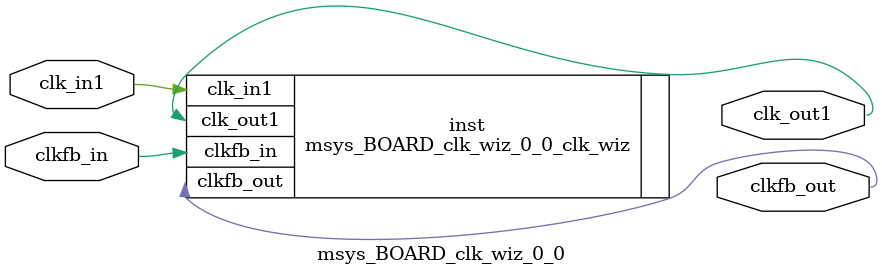
<source format=v>


`timescale 1ps/1ps

(* CORE_GENERATION_INFO = "msys_BOARD_clk_wiz_0_0,clk_wiz_v6_0_4_0_0,{component_name=msys_BOARD_clk_wiz_0_0,use_phase_alignment=true,use_min_o_jitter=false,use_max_i_jitter=false,use_dyn_phase_shift=false,use_inclk_switchover=false,use_dyn_reconfig=false,enable_axi=0,feedback_source=FDBK_ONCHIP,PRIMITIVE=PLL,num_out_clk=1,clkin1_period=38.462,clkin2_period=10.0,use_power_down=false,use_reset=false,use_locked=false,use_inclk_stopped=false,feedback_type=SINGLE,CLOCK_MGR_TYPE=NA,manual_override=false}" *)

module msys_BOARD_clk_wiz_0_0 
 (
  input         clkfb_in,
  // Clock out ports
  output        clk_out1,
  output        clkfb_out,
 // Clock in ports
  input         clk_in1
 );

  msys_BOARD_clk_wiz_0_0_clk_wiz inst
  (
  .clkfb_in(clkfb_in),
  // Clock out ports  
  .clk_out1(clk_out1),
  .clkfb_out(clkfb_out),
 // Clock in ports
  .clk_in1(clk_in1)
  );

endmodule

</source>
